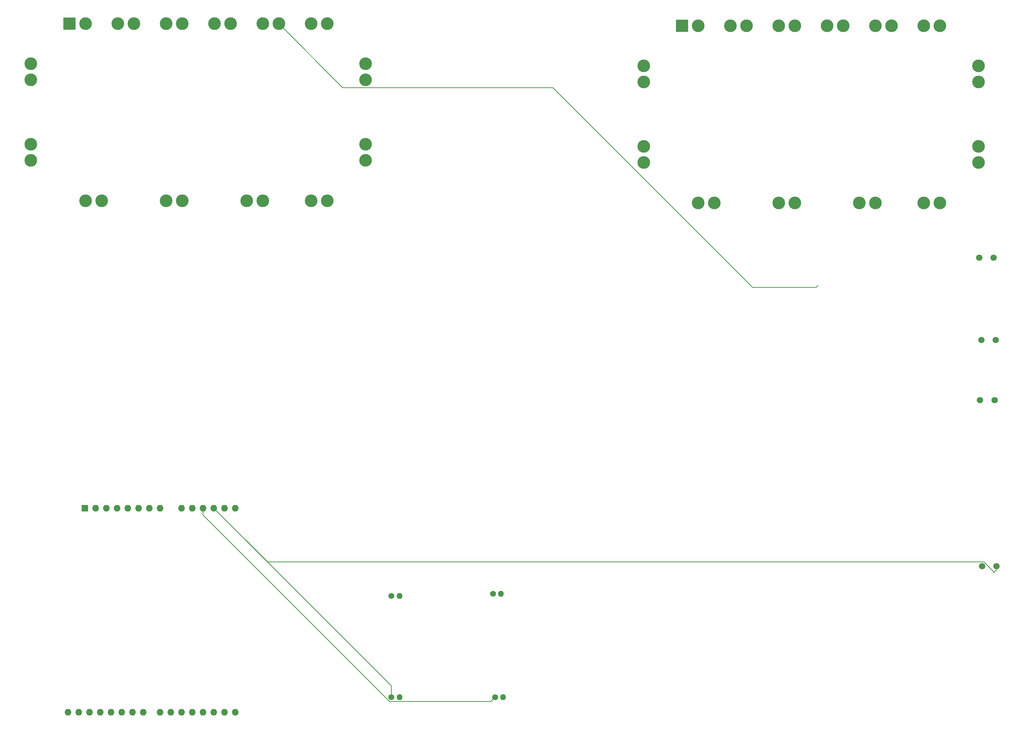
<source format=gbr>
%TF.GenerationSoftware,KiCad,Pcbnew,8.0.8*%
%TF.CreationDate,2025-10-15T12:51:47+03:00*%
%TF.ProjectId,isuzu investment 2,6973757a-7520-4696-9e76-6573746d656e,rev?*%
%TF.SameCoordinates,Original*%
%TF.FileFunction,Copper,L2,Bot*%
%TF.FilePolarity,Positive*%
%FSLAX46Y46*%
G04 Gerber Fmt 4.6, Leading zero omitted, Abs format (unit mm)*
G04 Created by KiCad (PCBNEW 8.0.8) date 2025-10-15 12:51:47*
%MOMM*%
%LPD*%
G01*
G04 APERTURE LIST*
%TA.AperFunction,ComponentPad*%
%ADD10C,1.400000*%
%TD*%
%TA.AperFunction,ComponentPad*%
%ADD11O,1.400000X1.400000*%
%TD*%
%TA.AperFunction,ComponentPad*%
%ADD12C,1.500000*%
%TD*%
%TA.AperFunction,ComponentPad*%
%ADD13R,3.000000X3.000000*%
%TD*%
%TA.AperFunction,ComponentPad*%
%ADD14C,3.000000*%
%TD*%
%TA.AperFunction,ComponentPad*%
%ADD15R,1.600000X1.600000*%
%TD*%
%TA.AperFunction,ComponentPad*%
%ADD16O,1.600000X1.600000*%
%TD*%
%TA.AperFunction,Conductor*%
%ADD17C,0.200000*%
%TD*%
G04 APERTURE END LIST*
D10*
%TO.P,R6,1*%
%TO.N,Net-(A1-A1)*%
X146600000Y-155500000D03*
D11*
%TO.P,R6,2*%
%TO.N,Net-(M1--)*%
X148500000Y-155500000D03*
%TD*%
D12*
%TO.P,R2,1*%
%TO.N,Net-(R1-Pad1)*%
X262100000Y-95500000D03*
%TO.P,R2,2*%
%TO.N,Net-(A1-A1)*%
X265500000Y-95500000D03*
%TD*%
D10*
%TO.P,R8,1*%
%TO.N,Net-(A1-A3)*%
X122600000Y-180000000D03*
D11*
%TO.P,R8,2*%
%TO.N,Net-(M1--)*%
X124500000Y-180000000D03*
%TD*%
D12*
%TO.P,R4,1*%
%TO.N,Net-(R1-Pad1)*%
X262300000Y-149000000D03*
%TO.P,R4,2*%
%TO.N,Net-(A1-A3)*%
X265700000Y-149000000D03*
%TD*%
%TO.P,R3,1*%
%TO.N,Net-(R1-Pad1)*%
X261800000Y-109650000D03*
%TO.P,R3,2*%
%TO.N,Net-(A1-A2)*%
X265200000Y-109650000D03*
%TD*%
D10*
%TO.P,R5,1*%
%TO.N,Net-(A1-A0)*%
X122600000Y-156000000D03*
D11*
%TO.P,R5,2*%
%TO.N,Net-(M1--)*%
X124500000Y-156000000D03*
%TD*%
D13*
%TO.P,U2,1,I1*%
%TO.N,Net-(A1-D13)*%
X46420000Y-20620000D03*
D14*
%TO.P,U2,2,I2*%
%TO.N,Net-(A1-D12)*%
X50230000Y-20620000D03*
%TO.P,U2,3,I3*%
%TO.N,Net-(A1-D11)*%
X57850000Y-20620000D03*
%TO.P,U2,4,I4*%
%TO.N,Net-(A1-D10)*%
X61660000Y-20620000D03*
%TO.P,U2,5,I5*%
%TO.N,unconnected-(U2-I5-Pad5)*%
X69280000Y-20620000D03*
%TO.P,U2,6,I6*%
%TO.N,unconnected-(U2-I6-Pad6)*%
X73090000Y-20620000D03*
%TO.P,U2,7,I7*%
%TO.N,unconnected-(U2-I7-Pad7)*%
X80710000Y-20620000D03*
%TO.P,U2,8,I8*%
%TO.N,unconnected-(U2-I8-Pad8)*%
X84520000Y-20620000D03*
%TO.P,U2,9,GND*%
%TO.N,unconnected-(U2-GND-Pad9)*%
X92140000Y-20620000D03*
%TO.P,U2,10,COM*%
%TO.N,Net-(M2-+)*%
X95950000Y-20620000D03*
%TO.P,U2,11,O8*%
%TO.N,unconnected-(U2-O8-Pad11)*%
X103570000Y-20620000D03*
%TO.P,U2,12,O7*%
%TO.N,unconnected-(U2-O7-Pad12)*%
X107380000Y-20620000D03*
%TO.P,U2,13,O6*%
%TO.N,unconnected-(U2-O6-Pad13)*%
X116500000Y-30140000D03*
%TO.P,U2,14,O5*%
%TO.N,unconnected-(U2-O5-Pad14)*%
X116500000Y-33950000D03*
%TO.P,U2,15,O4*%
%TO.N,unconnected-(U2-O4-Pad15)*%
X116500000Y-49190000D03*
%TO.P,U2,16,O3*%
%TO.N,unconnected-(U2-O3-Pad16)*%
X116500000Y-53000000D03*
%TO.P,U2,17,O2*%
%TO.N,unconnected-(U2-O2-Pad17)*%
X107380000Y-62520000D03*
%TO.P,U2,18,O1*%
%TO.N,unconnected-(U2-O1-Pad18)*%
X103570000Y-62520000D03*
%TO.P,U2,19*%
%TO.N,N/C*%
X92140000Y-62520000D03*
%TO.P,U2,20*%
X88330000Y-62520000D03*
%TO.P,U2,21*%
X73090000Y-62520000D03*
%TO.P,U2,22*%
X69280000Y-62520000D03*
%TO.P,U2,23*%
X54040000Y-62520000D03*
%TO.P,U2,24*%
X50230000Y-62520000D03*
%TO.P,U2,25*%
X37300000Y-53000000D03*
%TO.P,U2,26*%
X37300000Y-49190000D03*
%TO.P,U2,27*%
X37300000Y-33950000D03*
%TO.P,U2,28*%
X37300000Y-30140000D03*
%TD*%
D15*
%TO.P,A1,1,NC*%
%TO.N,unconnected-(A1-NC-Pad1)*%
X50140000Y-135240000D03*
D16*
%TO.P,A1,2,IOREF*%
%TO.N,unconnected-(A1-IOREF-Pad2)*%
X52680000Y-135240000D03*
%TO.P,A1,3,~{RESET}*%
%TO.N,unconnected-(A1-~{RESET}-Pad3)*%
X55220000Y-135240000D03*
%TO.P,A1,4,3V3*%
%TO.N,unconnected-(A1-3V3-Pad4)*%
X57760000Y-135240000D03*
%TO.P,A1,5,+5V*%
%TO.N,+5V*%
X60300000Y-135240000D03*
%TO.P,A1,6,GND*%
%TO.N,unconnected-(A1-GND-Pad6)*%
X62840000Y-135240000D03*
%TO.P,A1,7,GND*%
%TO.N,unconnected-(A1-GND-Pad7)*%
X65380000Y-135240000D03*
%TO.P,A1,8,VIN*%
%TO.N,unconnected-(A1-VIN-Pad8)*%
X67920000Y-135240000D03*
%TO.P,A1,9,A0*%
%TO.N,Net-(A1-A0)*%
X73000000Y-135240000D03*
%TO.P,A1,10,A1*%
%TO.N,Net-(A1-A1)*%
X75540000Y-135240000D03*
%TO.P,A1,11,A2*%
%TO.N,Net-(A1-A2)*%
X78080000Y-135240000D03*
%TO.P,A1,12,A3*%
%TO.N,Net-(A1-A3)*%
X80620000Y-135240000D03*
%TO.P,A1,13,SDA/A4*%
%TO.N,unconnected-(A1-SDA{slash}A4-Pad13)*%
X83160000Y-135240000D03*
%TO.P,A1,14,SCL/A5*%
%TO.N,unconnected-(A1-SCL{slash}A5-Pad14)*%
X85700000Y-135240000D03*
%TO.P,A1,15,D0/RX*%
%TO.N,unconnected-(A1-D0{slash}RX-Pad15)*%
X85700000Y-183500000D03*
%TO.P,A1,16,D1/TX*%
%TO.N,unconnected-(A1-D1{slash}TX-Pad16)*%
X83160000Y-183500000D03*
%TO.P,A1,17,D2*%
%TO.N,unconnected-(A1-D2-Pad17)*%
X80620000Y-183500000D03*
%TO.P,A1,18,D3*%
%TO.N,unconnected-(A1-D3-Pad18)*%
X78080000Y-183500000D03*
%TO.P,A1,19,D4*%
%TO.N,Net-(A1-D4)*%
X75540000Y-183500000D03*
%TO.P,A1,20,D5*%
%TO.N,Net-(A1-D5)*%
X73000000Y-183500000D03*
%TO.P,A1,21,D6*%
%TO.N,Net-(A1-D6)*%
X70460000Y-183500000D03*
%TO.P,A1,22,D7*%
%TO.N,Net-(A1-D7)*%
X67920000Y-183500000D03*
%TO.P,A1,23,D8*%
%TO.N,unconnected-(A1-D8-Pad23)*%
X63860000Y-183500000D03*
%TO.P,A1,24,D9*%
%TO.N,unconnected-(A1-D9-Pad24)*%
X61320000Y-183500000D03*
%TO.P,A1,25,D10*%
%TO.N,Net-(A1-D10)*%
X58780000Y-183500000D03*
%TO.P,A1,26,D11*%
%TO.N,Net-(A1-D11)*%
X56240000Y-183500000D03*
%TO.P,A1,27,D12*%
%TO.N,Net-(A1-D12)*%
X53700000Y-183500000D03*
%TO.P,A1,28,D13*%
%TO.N,Net-(A1-D13)*%
X51160000Y-183500000D03*
%TO.P,A1,29,GND*%
%TO.N,unconnected-(A1-GND-Pad29)*%
X48620000Y-183500000D03*
%TO.P,A1,30,AREF*%
%TO.N,unconnected-(A1-AREF-Pad30)*%
X46080000Y-183500000D03*
%TD*%
D12*
%TO.P,R1,1*%
%TO.N,Net-(R1-Pad1)*%
X261600000Y-76000000D03*
%TO.P,R1,2*%
%TO.N,Net-(A1-A0)*%
X265000000Y-76000000D03*
%TD*%
D13*
%TO.P,U1,1,I1*%
%TO.N,Net-(A1-D7)*%
X191350000Y-21100000D03*
D14*
%TO.P,U1,2,I2*%
%TO.N,Net-(A1-D6)*%
X195160000Y-21100000D03*
%TO.P,U1,3,I3*%
%TO.N,Net-(A1-D5)*%
X202780000Y-21100000D03*
%TO.P,U1,4,I4*%
%TO.N,Net-(A1-D4)*%
X206590000Y-21100000D03*
%TO.P,U1,5,I5*%
%TO.N,unconnected-(U1-I5-Pad5)*%
X214210000Y-21100000D03*
%TO.P,U1,6,I6*%
%TO.N,unconnected-(U1-I6-Pad6)*%
X218020000Y-21100000D03*
%TO.P,U1,7,I7*%
%TO.N,unconnected-(U1-I7-Pad7)*%
X225640000Y-21100000D03*
%TO.P,U1,8,I8*%
%TO.N,unconnected-(U1-I8-Pad8)*%
X229450000Y-21100000D03*
%TO.P,U1,9,GND*%
%TO.N,unconnected-(U1-GND-Pad9)*%
X237070000Y-21100000D03*
%TO.P,U1,10,COM*%
%TO.N,Net-(M1-+)*%
X240880000Y-21100000D03*
%TO.P,U1,11,O8*%
%TO.N,unconnected-(U1-O8-Pad11)*%
X248500000Y-21100000D03*
%TO.P,U1,12,O7*%
%TO.N,unconnected-(U1-O7-Pad12)*%
X252310000Y-21100000D03*
%TO.P,U1,13,O6*%
%TO.N,unconnected-(U1-O6-Pad13)*%
X261430000Y-30620000D03*
%TO.P,U1,14,O5*%
%TO.N,unconnected-(U1-O5-Pad14)*%
X261430000Y-34430000D03*
%TO.P,U1,15,O4*%
%TO.N,unconnected-(U1-O4-Pad15)*%
X261430000Y-49670000D03*
%TO.P,U1,16,O3*%
%TO.N,unconnected-(U1-O3-Pad16)*%
X261430000Y-53480000D03*
%TO.P,U1,17,O2*%
%TO.N,unconnected-(U1-O2-Pad17)*%
X252310000Y-63000000D03*
%TO.P,U1,18,O1*%
%TO.N,unconnected-(U1-O1-Pad18)*%
X248500000Y-63000000D03*
%TO.P,U1,19*%
%TO.N,N/C*%
X237070000Y-63000000D03*
%TO.P,U1,20*%
X233260000Y-63000000D03*
%TO.P,U1,21*%
X218020000Y-63000000D03*
%TO.P,U1,22*%
X214210000Y-63000000D03*
%TO.P,U1,23*%
X198970000Y-63000000D03*
%TO.P,U1,24*%
X195160000Y-63000000D03*
%TO.P,U1,25*%
X182230000Y-53480000D03*
%TO.P,U1,26*%
X182230000Y-49670000D03*
%TO.P,U1,27*%
X182230000Y-34430000D03*
%TO.P,U1,28*%
X182230000Y-30620000D03*
%TD*%
D10*
%TO.P,R7,1*%
%TO.N,Net-(A1-A2)*%
X147095000Y-180000000D03*
D11*
%TO.P,R7,2*%
%TO.N,Net-(M1--)*%
X148995000Y-180000000D03*
%TD*%
D17*
%TO.N,Net-(A1-A2)*%
X78080000Y-136894214D02*
X78080000Y-135240000D01*
X147095000Y-180000000D02*
X146095000Y-181000000D01*
X146095000Y-181000000D02*
X122185786Y-181000000D01*
X122185786Y-181000000D02*
X78080000Y-136894214D01*
%TO.N,Net-(A1-A3)*%
X265000000Y-150500000D02*
X265700000Y-149800000D01*
X265000000Y-150215075D02*
X265000000Y-150500000D01*
X122600000Y-180000000D02*
X122600000Y-177220000D01*
X265700000Y-149800000D02*
X265700000Y-149000000D01*
X80620000Y-135240000D02*
X93330000Y-147950000D01*
X93330000Y-147950000D02*
X262734925Y-147950000D01*
X122600000Y-177220000D02*
X80620000Y-135240000D01*
X262734925Y-147950000D02*
X265000000Y-150215075D01*
%TO.N,Net-(M2-+)*%
X208000000Y-83000000D02*
X223000000Y-83000000D01*
X160750000Y-35750000D02*
X208000000Y-83000000D01*
X223000000Y-83000000D02*
X223500000Y-82500000D01*
X95950000Y-20620000D02*
X111080000Y-35750000D01*
X111080000Y-35750000D02*
X160750000Y-35750000D01*
%TD*%
M02*

</source>
